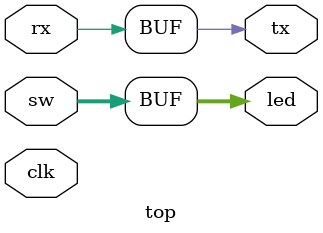
<source format=v>
module top (
    input wire clk,

    input  wire rx,
    output wire tx,

    input  wire [15:0] sw,
    output wire [15:0] led
);
  assign led = sw;

  // uart loopback
  assign tx  = rx;
endmodule

</source>
